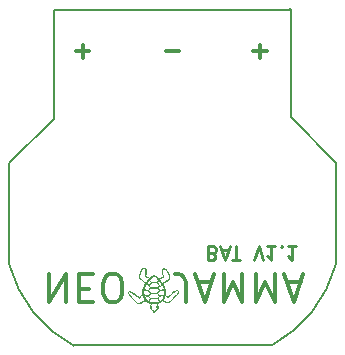
<source format=gbo>
G04 #@! TF.FileFunction,Legend,Bot*
%FSLAX46Y46*%
G04 Gerber Fmt 4.6, Leading zero omitted, Abs format (unit mm)*
G04 Created by KiCad (PCBNEW 4.0.7) date 10/21/21 16:27:33*
%MOMM*%
%LPD*%
G01*
G04 APERTURE LIST*
%ADD10C,0.100000*%
%ADD11C,0.150000*%
%ADD12C,0.300000*%
%ADD13C,0.250000*%
%ADD14C,0.370000*%
%ADD15C,0.010000*%
G04 APERTURE END LIST*
D10*
D11*
X145105000Y-84673000D02*
X145125000Y-84673000D01*
X145105000Y-93899000D02*
X145105000Y-84673000D01*
X165181000Y-84658000D02*
X165014000Y-84658000D01*
X165181000Y-93795000D02*
X165181000Y-84658000D01*
X165186000Y-91945000D02*
X165186000Y-84676000D01*
X141305000Y-106238000D02*
X141305000Y-97719000D01*
X168961000Y-106213000D02*
X168961000Y-97597000D01*
X163540000Y-113096000D02*
X146761000Y-113096000D01*
X141314928Y-106247107D02*
G75*
G03X146771000Y-113125000I10637072J2835107D01*
G01*
X163531957Y-113100843D02*
G75*
G03X168974000Y-106223000I-5187957J9696843D01*
G01*
X168935000Y-97566000D02*
X165164000Y-93795000D01*
X145085000Y-93919000D02*
X141326000Y-97678000D01*
X145096000Y-84665000D02*
X165106000Y-84665000D01*
D12*
X154556572Y-88216143D02*
X155699429Y-88216143D01*
X146966572Y-88209143D02*
X148109429Y-88209143D01*
X147538000Y-88780571D02*
X147538000Y-87637714D01*
X161970572Y-88209143D02*
X163113429Y-88209143D01*
X162542000Y-88780571D02*
X162542000Y-87637714D01*
D13*
X158542286Y-105307714D02*
X158713715Y-105250571D01*
X158770858Y-105193429D01*
X158828001Y-105079143D01*
X158828001Y-104907714D01*
X158770858Y-104793429D01*
X158713715Y-104736286D01*
X158599429Y-104679143D01*
X158142286Y-104679143D01*
X158142286Y-105879143D01*
X158542286Y-105879143D01*
X158656572Y-105822000D01*
X158713715Y-105764857D01*
X158770858Y-105650571D01*
X158770858Y-105536286D01*
X158713715Y-105422000D01*
X158656572Y-105364857D01*
X158542286Y-105307714D01*
X158142286Y-105307714D01*
X159285143Y-105022000D02*
X159856572Y-105022000D01*
X159170858Y-104679143D02*
X159570858Y-105879143D01*
X159970858Y-104679143D01*
X160199429Y-105879143D02*
X160885143Y-105879143D01*
X160542286Y-104679143D02*
X160542286Y-105879143D01*
X162028001Y-105879143D02*
X162428001Y-104679143D01*
X162828001Y-105879143D01*
X163856572Y-104679143D02*
X163170857Y-104679143D01*
X163513715Y-104679143D02*
X163513715Y-105879143D01*
X163399429Y-105707714D01*
X163285143Y-105593429D01*
X163170857Y-105536286D01*
X164370857Y-104793429D02*
X164428000Y-104736286D01*
X164370857Y-104679143D01*
X164313714Y-104736286D01*
X164370857Y-104793429D01*
X164370857Y-104679143D01*
X165570858Y-104679143D02*
X164885143Y-104679143D01*
X165228001Y-104679143D02*
X165228001Y-105879143D01*
X165113715Y-105707714D01*
X164999429Y-105593429D01*
X164885143Y-105536286D01*
D14*
X144719572Y-107070286D02*
X144719572Y-109470286D01*
X146091000Y-107070286D01*
X146091000Y-109470286D01*
X147233858Y-108327429D02*
X148033858Y-108327429D01*
X148376715Y-107070286D02*
X147233858Y-107070286D01*
X147233858Y-109470286D01*
X148376715Y-109470286D01*
X149862429Y-109470286D02*
X150319572Y-109470286D01*
X150548144Y-109356000D01*
X150776715Y-109127429D01*
X150891001Y-108670286D01*
X150891001Y-107870286D01*
X150776715Y-107413143D01*
X150548144Y-107184571D01*
X150319572Y-107070286D01*
X149862429Y-107070286D01*
X149633858Y-107184571D01*
X149405287Y-107413143D01*
X149291001Y-107870286D01*
X149291001Y-108670286D01*
X149405287Y-109127429D01*
X149633858Y-109356000D01*
X149862429Y-109470286D01*
X156262429Y-109470286D02*
X156262429Y-107756000D01*
X156148143Y-107413143D01*
X155919572Y-107184571D01*
X155576715Y-107070286D01*
X155348143Y-107070286D01*
X157291000Y-107756000D02*
X158433857Y-107756000D01*
X157062428Y-107070286D02*
X157862428Y-109470286D01*
X158662428Y-107070286D01*
X159462429Y-107070286D02*
X159462429Y-109470286D01*
X160262429Y-107756000D01*
X161062429Y-109470286D01*
X161062429Y-107070286D01*
X162205286Y-107070286D02*
X162205286Y-109470286D01*
X163005286Y-107756000D01*
X163805286Y-109470286D01*
X163805286Y-107070286D01*
X164833857Y-107756000D02*
X165976714Y-107756000D01*
X164605285Y-107070286D02*
X165405285Y-109470286D01*
X166205285Y-107070286D01*
D15*
G36*
X153597268Y-110241906D02*
X153657446Y-110191379D01*
X153726065Y-110120654D01*
X153793256Y-110040766D01*
X153849150Y-109962752D01*
X153883877Y-109897645D01*
X153886074Y-109891464D01*
X153897916Y-109831492D01*
X153891926Y-109763884D01*
X153865628Y-109675904D01*
X153824006Y-109572184D01*
X153824066Y-109538309D01*
X153865852Y-109516495D01*
X153877735Y-109513361D01*
X153935082Y-109491165D01*
X154017044Y-109449745D01*
X154105954Y-109398033D01*
X154106611Y-109397623D01*
X154264123Y-109299393D01*
X154386011Y-109356531D01*
X154552945Y-109426193D01*
X154684818Y-109462402D01*
X154780415Y-109464836D01*
X154788644Y-109463033D01*
X154833159Y-109437310D01*
X154907350Y-109376653D01*
X155007503Y-109284411D01*
X155129904Y-109163935D01*
X155203653Y-109088619D01*
X155345155Y-108939882D01*
X155452335Y-108820115D01*
X155528398Y-108724047D01*
X155576547Y-108646407D01*
X155599985Y-108581923D01*
X155601916Y-108525324D01*
X155585545Y-108471339D01*
X155582629Y-108465050D01*
X155552150Y-108415961D01*
X155514684Y-108388583D01*
X155466237Y-108384963D01*
X155402815Y-108407150D01*
X155320425Y-108457192D01*
X155215072Y-108537136D01*
X155082763Y-108649031D01*
X154919505Y-108794924D01*
X154893894Y-108818231D01*
X154735349Y-108962762D01*
X154622039Y-108886662D01*
X154508728Y-108810562D01*
X154508314Y-108563976D01*
X154507162Y-108451409D01*
X154501440Y-108368485D01*
X154487078Y-108298217D01*
X154460005Y-108223618D01*
X154416152Y-108127702D01*
X154391495Y-108076446D01*
X154275091Y-107835500D01*
X154435444Y-107762284D01*
X154612456Y-107654450D01*
X154726643Y-107550718D01*
X154857489Y-107412368D01*
X154843484Y-107257918D01*
X154815957Y-107124455D01*
X154760926Y-106975380D01*
X154687226Y-106829330D01*
X154603693Y-106704944D01*
X154556320Y-106652094D01*
X154498953Y-106602705D01*
X154449952Y-106584099D01*
X154385046Y-106588131D01*
X154372078Y-106590245D01*
X154299246Y-106609931D01*
X154246511Y-106637159D01*
X154239042Y-106644300D01*
X154225140Y-106688893D01*
X154219842Y-106767259D01*
X154222149Y-106863289D01*
X154231063Y-106960872D01*
X154245585Y-107043899D01*
X154264717Y-107096258D01*
X154267269Y-107099707D01*
X154292954Y-107148207D01*
X154315615Y-107218263D01*
X154317237Y-107225180D01*
X154327898Y-107284503D01*
X154316502Y-107309622D01*
X154273104Y-107315666D01*
X154257575Y-107315948D01*
X154186555Y-107328623D01*
X154100266Y-107359277D01*
X154064856Y-107376111D01*
X153952013Y-107435126D01*
X153766533Y-107273363D01*
X153682923Y-107203662D01*
X153610374Y-107149036D01*
X153559176Y-107116947D01*
X153543478Y-107111600D01*
X153508408Y-107127351D01*
X153446571Y-107169460D01*
X153368880Y-107230210D01*
X153332922Y-107260482D01*
X153159939Y-107409363D01*
X153072046Y-107335987D01*
X152993650Y-107285517D01*
X152908443Y-107251580D01*
X152888777Y-107247359D01*
X152827816Y-107236878D01*
X152795334Y-107229863D01*
X152793674Y-107229004D01*
X152800510Y-107205228D01*
X152817721Y-107147697D01*
X152831774Y-107101214D01*
X152856061Y-106989815D01*
X152867911Y-106867018D01*
X152867376Y-106748084D01*
X152854506Y-106648277D01*
X152830059Y-106583852D01*
X152770748Y-106538938D01*
X152690088Y-106525282D01*
X152606740Y-106542839D01*
X152545538Y-106584550D01*
X152508314Y-106636382D01*
X152465417Y-106712818D01*
X152425300Y-106796417D01*
X152396415Y-106869736D01*
X152387000Y-106911733D01*
X152376694Y-106947826D01*
X152350680Y-107010406D01*
X152336200Y-107041398D01*
X152291036Y-107167283D01*
X152290827Y-107184403D01*
X152315497Y-107184403D01*
X152356381Y-107052446D01*
X152361600Y-107041398D01*
X152392182Y-106973124D01*
X152410284Y-106923101D01*
X152412400Y-106911733D01*
X152423685Y-106866248D01*
X152452106Y-106794341D01*
X152489504Y-106713645D01*
X152527725Y-106641794D01*
X152557852Y-106597250D01*
X152614796Y-106563144D01*
X152689818Y-106551541D01*
X152762662Y-106562077D01*
X152813072Y-106594387D01*
X152817906Y-106601931D01*
X152835450Y-106666440D01*
X152842957Y-106764297D01*
X152840778Y-106879123D01*
X152829263Y-106994541D01*
X152808762Y-107094171D01*
X152807280Y-107099200D01*
X152788067Y-107172879D01*
X152779798Y-107225466D01*
X152781264Y-107239513D01*
X152811262Y-107254822D01*
X152871094Y-107269806D01*
X152884044Y-107272063D01*
X152965801Y-107298123D01*
X153048786Y-107343088D01*
X153061640Y-107352354D01*
X153147358Y-107417734D01*
X153005243Y-107594867D01*
X152939590Y-107673621D01*
X152884243Y-107734380D01*
X152847675Y-107768079D01*
X152839612Y-107772000D01*
X152803348Y-107756405D01*
X152739712Y-107715076D01*
X152659151Y-107656199D01*
X152572111Y-107587959D01*
X152489035Y-107518544D01*
X152420372Y-107456137D01*
X152376947Y-107409429D01*
X152322303Y-107302226D01*
X152315497Y-107184403D01*
X152290827Y-107184403D01*
X152289699Y-107276281D01*
X152333466Y-107379260D01*
X152383616Y-107444629D01*
X152453884Y-107514846D01*
X152547795Y-107596197D01*
X152646301Y-107672284D01*
X152656666Y-107679675D01*
X152831500Y-107803142D01*
X152704500Y-108057705D01*
X152649210Y-108170076D01*
X152612869Y-108252525D01*
X152591501Y-108320460D01*
X152581133Y-108389294D01*
X152577789Y-108474437D01*
X152577575Y-108530508D01*
X152604415Y-108530508D01*
X152606494Y-108427885D01*
X152613943Y-108349793D01*
X152631077Y-108279581D01*
X152662210Y-108200598D01*
X152711659Y-108096191D01*
X152722889Y-108073308D01*
X152792366Y-107944421D01*
X152876373Y-107806614D01*
X152960299Y-107683395D01*
X152988074Y-107646631D01*
X153066938Y-107553029D01*
X153159230Y-107454212D01*
X153257015Y-107357471D01*
X153352359Y-107270097D01*
X153437327Y-107199380D01*
X153503984Y-107152612D01*
X153542700Y-107137000D01*
X153577587Y-107152891D01*
X153639558Y-107195560D01*
X153718207Y-107257506D01*
X153765153Y-107297381D01*
X153915836Y-107448951D01*
X153967917Y-107448951D01*
X154079838Y-107394576D01*
X154166902Y-107361259D01*
X154252889Y-107342054D01*
X154279344Y-107340200D01*
X154337603Y-107336995D01*
X154358011Y-107317557D01*
X154353496Y-107267151D01*
X154351770Y-107257650D01*
X154328319Y-107177595D01*
X154297680Y-107112855D01*
X154271753Y-107037087D01*
X154258245Y-106913092D01*
X154256325Y-106847671D01*
X154255971Y-106746538D01*
X154259976Y-106684863D01*
X154271471Y-106651319D01*
X154293586Y-106634579D01*
X154317400Y-106626698D01*
X154412334Y-106607951D01*
X154481289Y-106619698D01*
X154542186Y-106666878D01*
X154567305Y-106695564D01*
X154666117Y-106838119D01*
X154746542Y-106998185D01*
X154800502Y-107157653D01*
X154818064Y-107257695D01*
X154824167Y-107341795D01*
X154818892Y-107397707D01*
X154795346Y-107444909D01*
X154746634Y-107502879D01*
X154721638Y-107530103D01*
X154637956Y-107606188D01*
X154531975Y-107682272D01*
X154420691Y-107747727D01*
X154321101Y-107791927D01*
X154287755Y-107801403D01*
X154250460Y-107785523D01*
X154191105Y-107729530D01*
X154113478Y-107637041D01*
X154107638Y-107629526D01*
X153967917Y-107448951D01*
X153915836Y-107448951D01*
X154009748Y-107543415D01*
X154219621Y-107822600D01*
X154363987Y-108076363D01*
X154417447Y-108187472D01*
X154451817Y-108269647D01*
X154471299Y-108339102D01*
X154480094Y-108412050D01*
X154482405Y-108504705D01*
X154482461Y-108533563D01*
X154468987Y-108724327D01*
X154431267Y-108911626D01*
X154373453Y-109079399D01*
X154311528Y-109194783D01*
X154260422Y-109251667D01*
X154221896Y-109284509D01*
X154298447Y-109284509D01*
X154306092Y-109261334D01*
X154332245Y-109206230D01*
X154365726Y-109141581D01*
X154409071Y-109052082D01*
X154443184Y-108966717D01*
X154456547Y-108921350D01*
X154473483Y-108865381D01*
X154491707Y-108839086D01*
X154493395Y-108838800D01*
X154523966Y-108851918D01*
X154581118Y-108885539D01*
X154624152Y-108913481D01*
X154735349Y-108988162D01*
X154893478Y-108843631D01*
X155063215Y-108691032D01*
X155201416Y-108573200D01*
X155311642Y-108488172D01*
X155397452Y-108433986D01*
X155462405Y-108408680D01*
X155510063Y-108410293D01*
X155543983Y-108436863D01*
X155563462Y-108474348D01*
X155576911Y-108530616D01*
X155571901Y-108589608D01*
X155545077Y-108656731D01*
X155493082Y-108737388D01*
X155412562Y-108836987D01*
X155300161Y-108960931D01*
X155189736Y-109076402D01*
X155064175Y-109202916D01*
X154955655Y-109306465D01*
X154868849Y-109382851D01*
X154808425Y-109427876D01*
X154787428Y-109437938D01*
X154701782Y-109439481D01*
X154584892Y-109411928D01*
X154445480Y-109357539D01*
X154406300Y-109339126D01*
X154343700Y-109308257D01*
X154304320Y-109287984D01*
X154298447Y-109284509D01*
X154221896Y-109284509D01*
X154181617Y-109318845D01*
X154091885Y-109382059D01*
X154089118Y-109383797D01*
X153924872Y-109486500D01*
X153160527Y-109486500D01*
X152996281Y-109383797D01*
X152906479Y-109320932D01*
X152827085Y-109253664D01*
X152774871Y-109196248D01*
X152773871Y-109194783D01*
X152700249Y-109052144D01*
X152644971Y-108876431D01*
X152612031Y-108683301D01*
X152604415Y-108530508D01*
X152577575Y-108530508D01*
X152577500Y-108550117D01*
X152574510Y-108678924D01*
X152565580Y-108758319D01*
X152550772Y-108787796D01*
X152549225Y-108787983D01*
X152518730Y-108805362D01*
X152465979Y-108850903D01*
X152402488Y-108914647D01*
X152284025Y-109041293D01*
X152100562Y-108893511D01*
X151929899Y-108760591D01*
X151780095Y-108653136D01*
X151655080Y-108573652D01*
X151558785Y-108524647D01*
X151496861Y-108508600D01*
X151425147Y-108525114D01*
X151368902Y-108566092D01*
X151345609Y-108618686D01*
X151345599Y-108619742D01*
X151346228Y-108621641D01*
X151380237Y-108621641D01*
X151392337Y-108577140D01*
X151394450Y-108574450D01*
X151449858Y-108538858D01*
X151527477Y-108541706D01*
X151630312Y-108583668D01*
X151742696Y-108652565D01*
X151848614Y-108727414D01*
X151970092Y-108817519D01*
X152083770Y-108905490D01*
X152102076Y-108920138D01*
X152287052Y-109069147D01*
X152408720Y-108936827D01*
X152489401Y-108858175D01*
X152548846Y-108823393D01*
X152590910Y-108832180D01*
X152619447Y-108884235D01*
X152628475Y-108919634D01*
X152650715Y-108990126D01*
X152688630Y-109079721D01*
X152716387Y-109135515D01*
X152786634Y-109267130D01*
X152669367Y-109326015D01*
X152585203Y-109370472D01*
X152508324Y-109414620D01*
X152483147Y-109430441D01*
X152415828Y-109460925D01*
X152326178Y-109484857D01*
X152287218Y-109491020D01*
X152160241Y-109506058D01*
X151818931Y-109170508D01*
X151658483Y-109008583D01*
X151536235Y-108875325D01*
X151450341Y-108768143D01*
X151398957Y-108684445D01*
X151380237Y-108621641D01*
X151346228Y-108621641D01*
X151365491Y-108679758D01*
X151424368Y-108769397D01*
X151521033Y-108887202D01*
X151654289Y-109031714D01*
X151822939Y-109201478D01*
X151825686Y-109204165D01*
X152160488Y-109531429D01*
X152289133Y-109516193D01*
X152369070Y-109502914D01*
X152429289Y-109486069D01*
X152446839Y-109477037D01*
X152484742Y-109452496D01*
X152549983Y-109415837D01*
X152628226Y-109374459D01*
X152705135Y-109335761D01*
X152766376Y-109307141D01*
X152797582Y-109296000D01*
X152826506Y-109308611D01*
X152886120Y-109341924D01*
X152964390Y-109389161D01*
X152977275Y-109397204D01*
X153068894Y-109449908D01*
X153155898Y-109492007D01*
X153219915Y-109514642D01*
X153221435Y-109514958D01*
X153277203Y-109532491D01*
X153290909Y-109558344D01*
X153286671Y-109572504D01*
X153240555Y-109688799D01*
X153216991Y-109773627D01*
X153216588Y-109781281D01*
X153236985Y-109781281D01*
X153252926Y-109747594D01*
X153283622Y-109749667D01*
X153290836Y-109754973D01*
X153323767Y-109810965D01*
X153314468Y-109876617D01*
X153295050Y-109905646D01*
X153276802Y-109928146D01*
X153293713Y-109918112D01*
X153307750Y-109907615D01*
X153347501Y-109852356D01*
X153339837Y-109789080D01*
X153302998Y-109741947D01*
X153272433Y-109709019D01*
X153268308Y-109676320D01*
X153289347Y-109622947D01*
X153295002Y-109611010D01*
X153336208Y-109524600D01*
X153774591Y-109524600D01*
X153815797Y-109611010D01*
X153840769Y-109669667D01*
X153840783Y-109704284D01*
X153814563Y-109735763D01*
X153807801Y-109741947D01*
X153764248Y-109805494D01*
X153764630Y-109810250D01*
X153791711Y-109810250D01*
X153807589Y-109764721D01*
X153833590Y-109742854D01*
X153861322Y-109756918D01*
X153865366Y-109763335D01*
X153876177Y-109816614D01*
X153870871Y-109866540D01*
X153847643Y-109920204D01*
X153821200Y-109923961D01*
X153797219Y-109877765D01*
X153794347Y-109867171D01*
X153791711Y-109810250D01*
X153764630Y-109810250D01*
X153769906Y-109875850D01*
X153795199Y-109921150D01*
X153811832Y-109951990D01*
X153809639Y-109982765D01*
X153783602Y-110025250D01*
X153728704Y-110091221D01*
X153717029Y-110104602D01*
X153652511Y-110170976D01*
X153594323Y-110218160D01*
X153555588Y-110235800D01*
X153512224Y-110216307D01*
X153451858Y-110165423D01*
X153384874Y-110094546D01*
X153321657Y-110015074D01*
X153272590Y-109938402D01*
X153258831Y-109910086D01*
X153238165Y-109839266D01*
X153236985Y-109781281D01*
X153216588Y-109781281D01*
X153213504Y-109839730D01*
X153224725Y-109891464D01*
X153256375Y-109954372D01*
X153310330Y-110031460D01*
X153376722Y-110111695D01*
X153445680Y-110184040D01*
X153507336Y-110237461D01*
X153551820Y-110260922D01*
X153555400Y-110261200D01*
X153597268Y-110241906D01*
X153597268Y-110241906D01*
G37*
X153597268Y-110241906D02*
X153657446Y-110191379D01*
X153726065Y-110120654D01*
X153793256Y-110040766D01*
X153849150Y-109962752D01*
X153883877Y-109897645D01*
X153886074Y-109891464D01*
X153897916Y-109831492D01*
X153891926Y-109763884D01*
X153865628Y-109675904D01*
X153824006Y-109572184D01*
X153824066Y-109538309D01*
X153865852Y-109516495D01*
X153877735Y-109513361D01*
X153935082Y-109491165D01*
X154017044Y-109449745D01*
X154105954Y-109398033D01*
X154106611Y-109397623D01*
X154264123Y-109299393D01*
X154386011Y-109356531D01*
X154552945Y-109426193D01*
X154684818Y-109462402D01*
X154780415Y-109464836D01*
X154788644Y-109463033D01*
X154833159Y-109437310D01*
X154907350Y-109376653D01*
X155007503Y-109284411D01*
X155129904Y-109163935D01*
X155203653Y-109088619D01*
X155345155Y-108939882D01*
X155452335Y-108820115D01*
X155528398Y-108724047D01*
X155576547Y-108646407D01*
X155599985Y-108581923D01*
X155601916Y-108525324D01*
X155585545Y-108471339D01*
X155582629Y-108465050D01*
X155552150Y-108415961D01*
X155514684Y-108388583D01*
X155466237Y-108384963D01*
X155402815Y-108407150D01*
X155320425Y-108457192D01*
X155215072Y-108537136D01*
X155082763Y-108649031D01*
X154919505Y-108794924D01*
X154893894Y-108818231D01*
X154735349Y-108962762D01*
X154622039Y-108886662D01*
X154508728Y-108810562D01*
X154508314Y-108563976D01*
X154507162Y-108451409D01*
X154501440Y-108368485D01*
X154487078Y-108298217D01*
X154460005Y-108223618D01*
X154416152Y-108127702D01*
X154391495Y-108076446D01*
X154275091Y-107835500D01*
X154435444Y-107762284D01*
X154612456Y-107654450D01*
X154726643Y-107550718D01*
X154857489Y-107412368D01*
X154843484Y-107257918D01*
X154815957Y-107124455D01*
X154760926Y-106975380D01*
X154687226Y-106829330D01*
X154603693Y-106704944D01*
X154556320Y-106652094D01*
X154498953Y-106602705D01*
X154449952Y-106584099D01*
X154385046Y-106588131D01*
X154372078Y-106590245D01*
X154299246Y-106609931D01*
X154246511Y-106637159D01*
X154239042Y-106644300D01*
X154225140Y-106688893D01*
X154219842Y-106767259D01*
X154222149Y-106863289D01*
X154231063Y-106960872D01*
X154245585Y-107043899D01*
X154264717Y-107096258D01*
X154267269Y-107099707D01*
X154292954Y-107148207D01*
X154315615Y-107218263D01*
X154317237Y-107225180D01*
X154327898Y-107284503D01*
X154316502Y-107309622D01*
X154273104Y-107315666D01*
X154257575Y-107315948D01*
X154186555Y-107328623D01*
X154100266Y-107359277D01*
X154064856Y-107376111D01*
X153952013Y-107435126D01*
X153766533Y-107273363D01*
X153682923Y-107203662D01*
X153610374Y-107149036D01*
X153559176Y-107116947D01*
X153543478Y-107111600D01*
X153508408Y-107127351D01*
X153446571Y-107169460D01*
X153368880Y-107230210D01*
X153332922Y-107260482D01*
X153159939Y-107409363D01*
X153072046Y-107335987D01*
X152993650Y-107285517D01*
X152908443Y-107251580D01*
X152888777Y-107247359D01*
X152827816Y-107236878D01*
X152795334Y-107229863D01*
X152793674Y-107229004D01*
X152800510Y-107205228D01*
X152817721Y-107147697D01*
X152831774Y-107101214D01*
X152856061Y-106989815D01*
X152867911Y-106867018D01*
X152867376Y-106748084D01*
X152854506Y-106648277D01*
X152830059Y-106583852D01*
X152770748Y-106538938D01*
X152690088Y-106525282D01*
X152606740Y-106542839D01*
X152545538Y-106584550D01*
X152508314Y-106636382D01*
X152465417Y-106712818D01*
X152425300Y-106796417D01*
X152396415Y-106869736D01*
X152387000Y-106911733D01*
X152376694Y-106947826D01*
X152350680Y-107010406D01*
X152336200Y-107041398D01*
X152291036Y-107167283D01*
X152290827Y-107184403D01*
X152315497Y-107184403D01*
X152356381Y-107052446D01*
X152361600Y-107041398D01*
X152392182Y-106973124D01*
X152410284Y-106923101D01*
X152412400Y-106911733D01*
X152423685Y-106866248D01*
X152452106Y-106794341D01*
X152489504Y-106713645D01*
X152527725Y-106641794D01*
X152557852Y-106597250D01*
X152614796Y-106563144D01*
X152689818Y-106551541D01*
X152762662Y-106562077D01*
X152813072Y-106594387D01*
X152817906Y-106601931D01*
X152835450Y-106666440D01*
X152842957Y-106764297D01*
X152840778Y-106879123D01*
X152829263Y-106994541D01*
X152808762Y-107094171D01*
X152807280Y-107099200D01*
X152788067Y-107172879D01*
X152779798Y-107225466D01*
X152781264Y-107239513D01*
X152811262Y-107254822D01*
X152871094Y-107269806D01*
X152884044Y-107272063D01*
X152965801Y-107298123D01*
X153048786Y-107343088D01*
X153061640Y-107352354D01*
X153147358Y-107417734D01*
X153005243Y-107594867D01*
X152939590Y-107673621D01*
X152884243Y-107734380D01*
X152847675Y-107768079D01*
X152839612Y-107772000D01*
X152803348Y-107756405D01*
X152739712Y-107715076D01*
X152659151Y-107656199D01*
X152572111Y-107587959D01*
X152489035Y-107518544D01*
X152420372Y-107456137D01*
X152376947Y-107409429D01*
X152322303Y-107302226D01*
X152315497Y-107184403D01*
X152290827Y-107184403D01*
X152289699Y-107276281D01*
X152333466Y-107379260D01*
X152383616Y-107444629D01*
X152453884Y-107514846D01*
X152547795Y-107596197D01*
X152646301Y-107672284D01*
X152656666Y-107679675D01*
X152831500Y-107803142D01*
X152704500Y-108057705D01*
X152649210Y-108170076D01*
X152612869Y-108252525D01*
X152591501Y-108320460D01*
X152581133Y-108389294D01*
X152577789Y-108474437D01*
X152577575Y-108530508D01*
X152604415Y-108530508D01*
X152606494Y-108427885D01*
X152613943Y-108349793D01*
X152631077Y-108279581D01*
X152662210Y-108200598D01*
X152711659Y-108096191D01*
X152722889Y-108073308D01*
X152792366Y-107944421D01*
X152876373Y-107806614D01*
X152960299Y-107683395D01*
X152988074Y-107646631D01*
X153066938Y-107553029D01*
X153159230Y-107454212D01*
X153257015Y-107357471D01*
X153352359Y-107270097D01*
X153437327Y-107199380D01*
X153503984Y-107152612D01*
X153542700Y-107137000D01*
X153577587Y-107152891D01*
X153639558Y-107195560D01*
X153718207Y-107257506D01*
X153765153Y-107297381D01*
X153915836Y-107448951D01*
X153967917Y-107448951D01*
X154079838Y-107394576D01*
X154166902Y-107361259D01*
X154252889Y-107342054D01*
X154279344Y-107340200D01*
X154337603Y-107336995D01*
X154358011Y-107317557D01*
X154353496Y-107267151D01*
X154351770Y-107257650D01*
X154328319Y-107177595D01*
X154297680Y-107112855D01*
X154271753Y-107037087D01*
X154258245Y-106913092D01*
X154256325Y-106847671D01*
X154255971Y-106746538D01*
X154259976Y-106684863D01*
X154271471Y-106651319D01*
X154293586Y-106634579D01*
X154317400Y-106626698D01*
X154412334Y-106607951D01*
X154481289Y-106619698D01*
X154542186Y-106666878D01*
X154567305Y-106695564D01*
X154666117Y-106838119D01*
X154746542Y-106998185D01*
X154800502Y-107157653D01*
X154818064Y-107257695D01*
X154824167Y-107341795D01*
X154818892Y-107397707D01*
X154795346Y-107444909D01*
X154746634Y-107502879D01*
X154721638Y-107530103D01*
X154637956Y-107606188D01*
X154531975Y-107682272D01*
X154420691Y-107747727D01*
X154321101Y-107791927D01*
X154287755Y-107801403D01*
X154250460Y-107785523D01*
X154191105Y-107729530D01*
X154113478Y-107637041D01*
X154107638Y-107629526D01*
X153967917Y-107448951D01*
X153915836Y-107448951D01*
X154009748Y-107543415D01*
X154219621Y-107822600D01*
X154363987Y-108076363D01*
X154417447Y-108187472D01*
X154451817Y-108269647D01*
X154471299Y-108339102D01*
X154480094Y-108412050D01*
X154482405Y-108504705D01*
X154482461Y-108533563D01*
X154468987Y-108724327D01*
X154431267Y-108911626D01*
X154373453Y-109079399D01*
X154311528Y-109194783D01*
X154260422Y-109251667D01*
X154221896Y-109284509D01*
X154298447Y-109284509D01*
X154306092Y-109261334D01*
X154332245Y-109206230D01*
X154365726Y-109141581D01*
X154409071Y-109052082D01*
X154443184Y-108966717D01*
X154456547Y-108921350D01*
X154473483Y-108865381D01*
X154491707Y-108839086D01*
X154493395Y-108838800D01*
X154523966Y-108851918D01*
X154581118Y-108885539D01*
X154624152Y-108913481D01*
X154735349Y-108988162D01*
X154893478Y-108843631D01*
X155063215Y-108691032D01*
X155201416Y-108573200D01*
X155311642Y-108488172D01*
X155397452Y-108433986D01*
X155462405Y-108408680D01*
X155510063Y-108410293D01*
X155543983Y-108436863D01*
X155563462Y-108474348D01*
X155576911Y-108530616D01*
X155571901Y-108589608D01*
X155545077Y-108656731D01*
X155493082Y-108737388D01*
X155412562Y-108836987D01*
X155300161Y-108960931D01*
X155189736Y-109076402D01*
X155064175Y-109202916D01*
X154955655Y-109306465D01*
X154868849Y-109382851D01*
X154808425Y-109427876D01*
X154787428Y-109437938D01*
X154701782Y-109439481D01*
X154584892Y-109411928D01*
X154445480Y-109357539D01*
X154406300Y-109339126D01*
X154343700Y-109308257D01*
X154304320Y-109287984D01*
X154298447Y-109284509D01*
X154221896Y-109284509D01*
X154181617Y-109318845D01*
X154091885Y-109382059D01*
X154089118Y-109383797D01*
X153924872Y-109486500D01*
X153160527Y-109486500D01*
X152996281Y-109383797D01*
X152906479Y-109320932D01*
X152827085Y-109253664D01*
X152774871Y-109196248D01*
X152773871Y-109194783D01*
X152700249Y-109052144D01*
X152644971Y-108876431D01*
X152612031Y-108683301D01*
X152604415Y-108530508D01*
X152577575Y-108530508D01*
X152577500Y-108550117D01*
X152574510Y-108678924D01*
X152565580Y-108758319D01*
X152550772Y-108787796D01*
X152549225Y-108787983D01*
X152518730Y-108805362D01*
X152465979Y-108850903D01*
X152402488Y-108914647D01*
X152284025Y-109041293D01*
X152100562Y-108893511D01*
X151929899Y-108760591D01*
X151780095Y-108653136D01*
X151655080Y-108573652D01*
X151558785Y-108524647D01*
X151496861Y-108508600D01*
X151425147Y-108525114D01*
X151368902Y-108566092D01*
X151345609Y-108618686D01*
X151345599Y-108619742D01*
X151346228Y-108621641D01*
X151380237Y-108621641D01*
X151392337Y-108577140D01*
X151394450Y-108574450D01*
X151449858Y-108538858D01*
X151527477Y-108541706D01*
X151630312Y-108583668D01*
X151742696Y-108652565D01*
X151848614Y-108727414D01*
X151970092Y-108817519D01*
X152083770Y-108905490D01*
X152102076Y-108920138D01*
X152287052Y-109069147D01*
X152408720Y-108936827D01*
X152489401Y-108858175D01*
X152548846Y-108823393D01*
X152590910Y-108832180D01*
X152619447Y-108884235D01*
X152628475Y-108919634D01*
X152650715Y-108990126D01*
X152688630Y-109079721D01*
X152716387Y-109135515D01*
X152786634Y-109267130D01*
X152669367Y-109326015D01*
X152585203Y-109370472D01*
X152508324Y-109414620D01*
X152483147Y-109430441D01*
X152415828Y-109460925D01*
X152326178Y-109484857D01*
X152287218Y-109491020D01*
X152160241Y-109506058D01*
X151818931Y-109170508D01*
X151658483Y-109008583D01*
X151536235Y-108875325D01*
X151450341Y-108768143D01*
X151398957Y-108684445D01*
X151380237Y-108621641D01*
X151346228Y-108621641D01*
X151365491Y-108679758D01*
X151424368Y-108769397D01*
X151521033Y-108887202D01*
X151654289Y-109031714D01*
X151822939Y-109201478D01*
X151825686Y-109204165D01*
X152160488Y-109531429D01*
X152289133Y-109516193D01*
X152369070Y-109502914D01*
X152429289Y-109486069D01*
X152446839Y-109477037D01*
X152484742Y-109452496D01*
X152549983Y-109415837D01*
X152628226Y-109374459D01*
X152705135Y-109335761D01*
X152766376Y-109307141D01*
X152797582Y-109296000D01*
X152826506Y-109308611D01*
X152886120Y-109341924D01*
X152964390Y-109389161D01*
X152977275Y-109397204D01*
X153068894Y-109449908D01*
X153155898Y-109492007D01*
X153219915Y-109514642D01*
X153221435Y-109514958D01*
X153277203Y-109532491D01*
X153290909Y-109558344D01*
X153286671Y-109572504D01*
X153240555Y-109688799D01*
X153216991Y-109773627D01*
X153216588Y-109781281D01*
X153236985Y-109781281D01*
X153252926Y-109747594D01*
X153283622Y-109749667D01*
X153290836Y-109754973D01*
X153323767Y-109810965D01*
X153314468Y-109876617D01*
X153295050Y-109905646D01*
X153276802Y-109928146D01*
X153293713Y-109918112D01*
X153307750Y-109907615D01*
X153347501Y-109852356D01*
X153339837Y-109789080D01*
X153302998Y-109741947D01*
X153272433Y-109709019D01*
X153268308Y-109676320D01*
X153289347Y-109622947D01*
X153295002Y-109611010D01*
X153336208Y-109524600D01*
X153774591Y-109524600D01*
X153815797Y-109611010D01*
X153840769Y-109669667D01*
X153840783Y-109704284D01*
X153814563Y-109735763D01*
X153807801Y-109741947D01*
X153764248Y-109805494D01*
X153764630Y-109810250D01*
X153791711Y-109810250D01*
X153807589Y-109764721D01*
X153833590Y-109742854D01*
X153861322Y-109756918D01*
X153865366Y-109763335D01*
X153876177Y-109816614D01*
X153870871Y-109866540D01*
X153847643Y-109920204D01*
X153821200Y-109923961D01*
X153797219Y-109877765D01*
X153794347Y-109867171D01*
X153791711Y-109810250D01*
X153764630Y-109810250D01*
X153769906Y-109875850D01*
X153795199Y-109921150D01*
X153811832Y-109951990D01*
X153809639Y-109982765D01*
X153783602Y-110025250D01*
X153728704Y-110091221D01*
X153717029Y-110104602D01*
X153652511Y-110170976D01*
X153594323Y-110218160D01*
X153555588Y-110235800D01*
X153512224Y-110216307D01*
X153451858Y-110165423D01*
X153384874Y-110094546D01*
X153321657Y-110015074D01*
X153272590Y-109938402D01*
X153258831Y-109910086D01*
X153238165Y-109839266D01*
X153236985Y-109781281D01*
X153216588Y-109781281D01*
X153213504Y-109839730D01*
X153224725Y-109891464D01*
X153256375Y-109954372D01*
X153310330Y-110031460D01*
X153376722Y-110111695D01*
X153445680Y-110184040D01*
X153507336Y-110237461D01*
X153551820Y-110260922D01*
X153555400Y-110261200D01*
X153597268Y-110241906D01*
G36*
X154101500Y-109334100D02*
X154198813Y-109261582D01*
X154265703Y-109189280D01*
X154319017Y-109098802D01*
X154321373Y-109093996D01*
X154403689Y-108870773D01*
X154440071Y-108631240D01*
X154439538Y-108464274D01*
X154428070Y-108342299D01*
X154405642Y-108245520D01*
X154365379Y-108148493D01*
X154341500Y-108101557D01*
X154217998Y-107894885D01*
X154064362Y-107681591D01*
X153894561Y-107480260D01*
X153802677Y-107384650D01*
X153716138Y-107301939D01*
X153653236Y-107250359D01*
X153603748Y-107223169D01*
X153557454Y-107213629D01*
X153542700Y-107213200D01*
X153495374Y-107218770D01*
X153447913Y-107239972D01*
X153390096Y-107283547D01*
X153311702Y-107356237D01*
X153282722Y-107384650D01*
X153142110Y-107535769D01*
X153171053Y-107535769D01*
X153201216Y-107490406D01*
X153264241Y-107426725D01*
X153301279Y-107391117D01*
X153401758Y-107301662D01*
X153482617Y-107251589D01*
X153554405Y-107239409D01*
X153627667Y-107263630D01*
X153712953Y-107322763D01*
X153723653Y-107331444D01*
X153796568Y-107396231D01*
X153859675Y-107460840D01*
X153885395Y-107492313D01*
X153933834Y-107560339D01*
X153857067Y-107653470D01*
X153780301Y-107746600D01*
X153545278Y-107746600D01*
X153432303Y-107745429D01*
X153358197Y-107740322D01*
X153311053Y-107728893D01*
X153278962Y-107708755D01*
X153260172Y-107689450D01*
X153202288Y-107622541D01*
X153171996Y-107575564D01*
X153171053Y-107535769D01*
X153142110Y-107535769D01*
X153124871Y-107554296D01*
X152973635Y-107742142D01*
X152915196Y-107825900D01*
X152958500Y-107825900D01*
X152972160Y-107793240D01*
X153007431Y-107734354D01*
X153042404Y-107682508D01*
X153126309Y-107563471D01*
X153211827Y-107661386D01*
X153297345Y-107759300D01*
X153292363Y-107764457D01*
X153787464Y-107764457D01*
X153868282Y-107667087D01*
X153915577Y-107611193D01*
X153947299Y-107575754D01*
X153954450Y-107569258D01*
X153970703Y-107588097D01*
X154009728Y-107638923D01*
X154064539Y-107712553D01*
X154094150Y-107752950D01*
X154211257Y-107921723D01*
X154297719Y-108066556D01*
X154359823Y-108198392D01*
X154378608Y-108248106D01*
X154413844Y-108347976D01*
X154050700Y-108404434D01*
X153955450Y-108311663D01*
X153901802Y-108256958D01*
X153867314Y-108217076D01*
X153860326Y-108204996D01*
X153880040Y-108185334D01*
X153931900Y-108146409D01*
X154005181Y-108096216D01*
X154014290Y-108090219D01*
X154094919Y-108035002D01*
X154160619Y-107985764D01*
X154197630Y-107952838D01*
X154198313Y-107952014D01*
X154199748Y-107941841D01*
X154168443Y-107959324D01*
X154145541Y-107975424D01*
X154062582Y-108036158D01*
X153925023Y-107900308D01*
X153787464Y-107764457D01*
X153292363Y-107764457D01*
X153205782Y-107854075D01*
X153114218Y-107948849D01*
X153036359Y-107899552D01*
X152984965Y-107860913D01*
X152959197Y-107829597D01*
X152958500Y-107825900D01*
X152915196Y-107825900D01*
X152840856Y-107932446D01*
X152740017Y-108106219D01*
X152671067Y-108295038D01*
X152668214Y-108315537D01*
X152700001Y-108315537D01*
X152704120Y-108276776D01*
X152726904Y-108207386D01*
X152762272Y-108121105D01*
X152804145Y-108031668D01*
X152846441Y-107952814D01*
X152883081Y-107898279D01*
X152886355Y-107894519D01*
X152915524Y-107868534D01*
X152945594Y-107868787D01*
X152995196Y-107896808D01*
X153006867Y-107904414D01*
X153068636Y-107957403D01*
X153079168Y-107969347D01*
X153119005Y-107969347D01*
X153215357Y-107870674D01*
X153311709Y-107772000D01*
X153773035Y-107772000D01*
X154043479Y-108045846D01*
X153945943Y-108112123D01*
X153900419Y-108140762D01*
X153856499Y-108159713D01*
X153802412Y-108170961D01*
X153726389Y-108176489D01*
X153616660Y-108178283D01*
X153552879Y-108178400D01*
X153257350Y-108178400D01*
X153188178Y-108073874D01*
X153119005Y-107969347D01*
X153079168Y-107969347D01*
X153135151Y-108032832D01*
X153166263Y-108075761D01*
X153244399Y-108193840D01*
X153144513Y-108300922D01*
X153044628Y-108408005D01*
X152878987Y-108379160D01*
X152789027Y-108358816D01*
X152724755Y-108335189D01*
X152700001Y-108315537D01*
X152668214Y-108315537D01*
X152641951Y-108504231D01*
X152644154Y-108550333D01*
X152666788Y-108550333D01*
X152667656Y-108450815D01*
X152672222Y-108392882D01*
X152682712Y-108367343D01*
X152701348Y-108365004D01*
X152710850Y-108368217D01*
X152759185Y-108381827D01*
X152838238Y-108398981D01*
X152907700Y-108411872D01*
X152911189Y-108412682D01*
X153067799Y-108412682D01*
X153256511Y-108203800D01*
X153824490Y-108203800D01*
X153923766Y-108305469D01*
X154023043Y-108407137D01*
X153910933Y-108521369D01*
X153798823Y-108635600D01*
X153286576Y-108635600D01*
X153177188Y-108524141D01*
X153067799Y-108412682D01*
X152911189Y-108412682D01*
X153008993Y-108435384D01*
X153084936Y-108472300D01*
X153160971Y-108535352D01*
X153168100Y-108542176D01*
X153276100Y-108646276D01*
X153272127Y-108650325D01*
X153809299Y-108650325D01*
X153913828Y-108543819D01*
X153989009Y-108476030D01*
X154061244Y-108437118D01*
X154155794Y-108413714D01*
X154161528Y-108412716D01*
X154277498Y-108392977D01*
X154352170Y-108385024D01*
X154394584Y-108393788D01*
X154413778Y-108424204D01*
X154418790Y-108481203D01*
X154418653Y-108553050D01*
X154417176Y-108674861D01*
X154408921Y-108755404D01*
X154387263Y-108804213D01*
X154345578Y-108830820D01*
X154277243Y-108844759D01*
X154210944Y-108851988D01*
X154032988Y-108869860D01*
X153921144Y-108760092D01*
X153809299Y-108650325D01*
X153272127Y-108650325D01*
X153169161Y-108755238D01*
X153093116Y-108823916D01*
X153030818Y-108857206D01*
X152984961Y-108863595D01*
X152890373Y-108855703D01*
X152798243Y-108836417D01*
X152725064Y-108810192D01*
X152688473Y-108783487D01*
X152678284Y-108743253D01*
X152670640Y-108667233D01*
X152666933Y-108570430D01*
X152666788Y-108550333D01*
X152644154Y-108550333D01*
X152652406Y-108722981D01*
X152683420Y-108858529D01*
X152704395Y-108858529D01*
X152715405Y-108844866D01*
X152737366Y-108851015D01*
X152787450Y-108863520D01*
X152865319Y-108876179D01*
X152907700Y-108881314D01*
X152934854Y-108886043D01*
X153065714Y-108886043D01*
X153176145Y-108773522D01*
X153286576Y-108661000D01*
X153798823Y-108661000D01*
X153906369Y-108770582D01*
X154013914Y-108880163D01*
X153936898Y-108986482D01*
X153859881Y-109092800D01*
X153229468Y-109092800D01*
X153147591Y-108989422D01*
X153065714Y-108886043D01*
X152934854Y-108886043D01*
X152991220Y-108895859D01*
X153052072Y-108925937D01*
X153113416Y-108983936D01*
X153126208Y-108998196D01*
X153217716Y-109101572D01*
X153215138Y-109105500D01*
X153870715Y-109105500D01*
X153948007Y-108999954D01*
X153983567Y-108952917D01*
X154015592Y-108921205D01*
X154055205Y-108900795D01*
X154113532Y-108887670D01*
X154201699Y-108877808D01*
X154311050Y-108868779D01*
X154357872Y-108878843D01*
X154368200Y-108901576D01*
X154358400Y-108943943D01*
X154333056Y-109014822D01*
X154306901Y-109077559D01*
X154243994Y-109189257D01*
X154163223Y-109269630D01*
X154137950Y-109287407D01*
X154073772Y-109328070D01*
X154037718Y-109342131D01*
X154016216Y-109332009D01*
X154002399Y-109311561D01*
X153969458Y-109258142D01*
X153926633Y-109191167D01*
X153922607Y-109184988D01*
X153870715Y-109105500D01*
X153215138Y-109105500D01*
X153164308Y-109182934D01*
X153121060Y-109250041D01*
X153085982Y-109306473D01*
X153083000Y-109311471D01*
X153063620Y-109337301D01*
X153039322Y-109340662D01*
X152996537Y-109319143D01*
X152947405Y-109287378D01*
X152852196Y-109200054D01*
X152775568Y-109074213D01*
X152715465Y-108908954D01*
X152704395Y-108858529D01*
X152683420Y-108858529D01*
X152702170Y-108940472D01*
X152764026Y-109093996D01*
X152817125Y-109185728D01*
X152883040Y-109258453D01*
X152978618Y-109330566D01*
X152983900Y-109334100D01*
X153044585Y-109374557D01*
X153088315Y-109374557D01*
X153088609Y-109353184D01*
X153108352Y-109312716D01*
X153149770Y-109243676D01*
X153188177Y-109180950D01*
X153205831Y-109154485D01*
X153226788Y-109136726D01*
X153260307Y-109126204D01*
X153315650Y-109121450D01*
X153402077Y-109120995D01*
X153528848Y-109123368D01*
X153548396Y-109123800D01*
X153869438Y-109130900D01*
X153940714Y-109252295D01*
X154011990Y-109373689D01*
X153947141Y-109398345D01*
X153892461Y-109408799D01*
X153799579Y-109416283D01*
X153681008Y-109420803D01*
X153549260Y-109422364D01*
X153416846Y-109420975D01*
X153296278Y-109416641D01*
X153200068Y-109409368D01*
X153140728Y-109399163D01*
X153137154Y-109397926D01*
X153105239Y-109386312D01*
X153088315Y-109374557D01*
X153044585Y-109374557D01*
X153136300Y-109435700D01*
X153949100Y-109435700D01*
X154101500Y-109334100D01*
X154101500Y-109334100D01*
G37*
X154101500Y-109334100D02*
X154198813Y-109261582D01*
X154265703Y-109189280D01*
X154319017Y-109098802D01*
X154321373Y-109093996D01*
X154403689Y-108870773D01*
X154440071Y-108631240D01*
X154439538Y-108464274D01*
X154428070Y-108342299D01*
X154405642Y-108245520D01*
X154365379Y-108148493D01*
X154341500Y-108101557D01*
X154217998Y-107894885D01*
X154064362Y-107681591D01*
X153894561Y-107480260D01*
X153802677Y-107384650D01*
X153716138Y-107301939D01*
X153653236Y-107250359D01*
X153603748Y-107223169D01*
X153557454Y-107213629D01*
X153542700Y-107213200D01*
X153495374Y-107218770D01*
X153447913Y-107239972D01*
X153390096Y-107283547D01*
X153311702Y-107356237D01*
X153282722Y-107384650D01*
X153142110Y-107535769D01*
X153171053Y-107535769D01*
X153201216Y-107490406D01*
X153264241Y-107426725D01*
X153301279Y-107391117D01*
X153401758Y-107301662D01*
X153482617Y-107251589D01*
X153554405Y-107239409D01*
X153627667Y-107263630D01*
X153712953Y-107322763D01*
X153723653Y-107331444D01*
X153796568Y-107396231D01*
X153859675Y-107460840D01*
X153885395Y-107492313D01*
X153933834Y-107560339D01*
X153857067Y-107653470D01*
X153780301Y-107746600D01*
X153545278Y-107746600D01*
X153432303Y-107745429D01*
X153358197Y-107740322D01*
X153311053Y-107728893D01*
X153278962Y-107708755D01*
X153260172Y-107689450D01*
X153202288Y-107622541D01*
X153171996Y-107575564D01*
X153171053Y-107535769D01*
X153142110Y-107535769D01*
X153124871Y-107554296D01*
X152973635Y-107742142D01*
X152915196Y-107825900D01*
X152958500Y-107825900D01*
X152972160Y-107793240D01*
X153007431Y-107734354D01*
X153042404Y-107682508D01*
X153126309Y-107563471D01*
X153211827Y-107661386D01*
X153297345Y-107759300D01*
X153292363Y-107764457D01*
X153787464Y-107764457D01*
X153868282Y-107667087D01*
X153915577Y-107611193D01*
X153947299Y-107575754D01*
X153954450Y-107569258D01*
X153970703Y-107588097D01*
X154009728Y-107638923D01*
X154064539Y-107712553D01*
X154094150Y-107752950D01*
X154211257Y-107921723D01*
X154297719Y-108066556D01*
X154359823Y-108198392D01*
X154378608Y-108248106D01*
X154413844Y-108347976D01*
X154050700Y-108404434D01*
X153955450Y-108311663D01*
X153901802Y-108256958D01*
X153867314Y-108217076D01*
X153860326Y-108204996D01*
X153880040Y-108185334D01*
X153931900Y-108146409D01*
X154005181Y-108096216D01*
X154014290Y-108090219D01*
X154094919Y-108035002D01*
X154160619Y-107985764D01*
X154197630Y-107952838D01*
X154198313Y-107952014D01*
X154199748Y-107941841D01*
X154168443Y-107959324D01*
X154145541Y-107975424D01*
X154062582Y-108036158D01*
X153925023Y-107900308D01*
X153787464Y-107764457D01*
X153292363Y-107764457D01*
X153205782Y-107854075D01*
X153114218Y-107948849D01*
X153036359Y-107899552D01*
X152984965Y-107860913D01*
X152959197Y-107829597D01*
X152958500Y-107825900D01*
X152915196Y-107825900D01*
X152840856Y-107932446D01*
X152740017Y-108106219D01*
X152671067Y-108295038D01*
X152668214Y-108315537D01*
X152700001Y-108315537D01*
X152704120Y-108276776D01*
X152726904Y-108207386D01*
X152762272Y-108121105D01*
X152804145Y-108031668D01*
X152846441Y-107952814D01*
X152883081Y-107898279D01*
X152886355Y-107894519D01*
X152915524Y-107868534D01*
X152945594Y-107868787D01*
X152995196Y-107896808D01*
X153006867Y-107904414D01*
X153068636Y-107957403D01*
X153079168Y-107969347D01*
X153119005Y-107969347D01*
X153215357Y-107870674D01*
X153311709Y-107772000D01*
X153773035Y-107772000D01*
X154043479Y-108045846D01*
X153945943Y-108112123D01*
X153900419Y-108140762D01*
X153856499Y-108159713D01*
X153802412Y-108170961D01*
X153726389Y-108176489D01*
X153616660Y-108178283D01*
X153552879Y-108178400D01*
X153257350Y-108178400D01*
X153188178Y-108073874D01*
X153119005Y-107969347D01*
X153079168Y-107969347D01*
X153135151Y-108032832D01*
X153166263Y-108075761D01*
X153244399Y-108193840D01*
X153144513Y-108300922D01*
X153044628Y-108408005D01*
X152878987Y-108379160D01*
X152789027Y-108358816D01*
X152724755Y-108335189D01*
X152700001Y-108315537D01*
X152668214Y-108315537D01*
X152641951Y-108504231D01*
X152644154Y-108550333D01*
X152666788Y-108550333D01*
X152667656Y-108450815D01*
X152672222Y-108392882D01*
X152682712Y-108367343D01*
X152701348Y-108365004D01*
X152710850Y-108368217D01*
X152759185Y-108381827D01*
X152838238Y-108398981D01*
X152907700Y-108411872D01*
X152911189Y-108412682D01*
X153067799Y-108412682D01*
X153256511Y-108203800D01*
X153824490Y-108203800D01*
X153923766Y-108305469D01*
X154023043Y-108407137D01*
X153910933Y-108521369D01*
X153798823Y-108635600D01*
X153286576Y-108635600D01*
X153177188Y-108524141D01*
X153067799Y-108412682D01*
X152911189Y-108412682D01*
X153008993Y-108435384D01*
X153084936Y-108472300D01*
X153160971Y-108535352D01*
X153168100Y-108542176D01*
X153276100Y-108646276D01*
X153272127Y-108650325D01*
X153809299Y-108650325D01*
X153913828Y-108543819D01*
X153989009Y-108476030D01*
X154061244Y-108437118D01*
X154155794Y-108413714D01*
X154161528Y-108412716D01*
X154277498Y-108392977D01*
X154352170Y-108385024D01*
X154394584Y-108393788D01*
X154413778Y-108424204D01*
X154418790Y-108481203D01*
X154418653Y-108553050D01*
X154417176Y-108674861D01*
X154408921Y-108755404D01*
X154387263Y-108804213D01*
X154345578Y-108830820D01*
X154277243Y-108844759D01*
X154210944Y-108851988D01*
X154032988Y-108869860D01*
X153921144Y-108760092D01*
X153809299Y-108650325D01*
X153272127Y-108650325D01*
X153169161Y-108755238D01*
X153093116Y-108823916D01*
X153030818Y-108857206D01*
X152984961Y-108863595D01*
X152890373Y-108855703D01*
X152798243Y-108836417D01*
X152725064Y-108810192D01*
X152688473Y-108783487D01*
X152678284Y-108743253D01*
X152670640Y-108667233D01*
X152666933Y-108570430D01*
X152666788Y-108550333D01*
X152644154Y-108550333D01*
X152652406Y-108722981D01*
X152683420Y-108858529D01*
X152704395Y-108858529D01*
X152715405Y-108844866D01*
X152737366Y-108851015D01*
X152787450Y-108863520D01*
X152865319Y-108876179D01*
X152907700Y-108881314D01*
X152934854Y-108886043D01*
X153065714Y-108886043D01*
X153176145Y-108773522D01*
X153286576Y-108661000D01*
X153798823Y-108661000D01*
X153906369Y-108770582D01*
X154013914Y-108880163D01*
X153936898Y-108986482D01*
X153859881Y-109092800D01*
X153229468Y-109092800D01*
X153147591Y-108989422D01*
X153065714Y-108886043D01*
X152934854Y-108886043D01*
X152991220Y-108895859D01*
X153052072Y-108925937D01*
X153113416Y-108983936D01*
X153126208Y-108998196D01*
X153217716Y-109101572D01*
X153215138Y-109105500D01*
X153870715Y-109105500D01*
X153948007Y-108999954D01*
X153983567Y-108952917D01*
X154015592Y-108921205D01*
X154055205Y-108900795D01*
X154113532Y-108887670D01*
X154201699Y-108877808D01*
X154311050Y-108868779D01*
X154357872Y-108878843D01*
X154368200Y-108901576D01*
X154358400Y-108943943D01*
X154333056Y-109014822D01*
X154306901Y-109077559D01*
X154243994Y-109189257D01*
X154163223Y-109269630D01*
X154137950Y-109287407D01*
X154073772Y-109328070D01*
X154037718Y-109342131D01*
X154016216Y-109332009D01*
X154002399Y-109311561D01*
X153969458Y-109258142D01*
X153926633Y-109191167D01*
X153922607Y-109184988D01*
X153870715Y-109105500D01*
X153215138Y-109105500D01*
X153164308Y-109182934D01*
X153121060Y-109250041D01*
X153085982Y-109306473D01*
X153083000Y-109311471D01*
X153063620Y-109337301D01*
X153039322Y-109340662D01*
X152996537Y-109319143D01*
X152947405Y-109287378D01*
X152852196Y-109200054D01*
X152775568Y-109074213D01*
X152715465Y-108908954D01*
X152704395Y-108858529D01*
X152683420Y-108858529D01*
X152702170Y-108940472D01*
X152764026Y-109093996D01*
X152817125Y-109185728D01*
X152883040Y-109258453D01*
X152978618Y-109330566D01*
X152983900Y-109334100D01*
X153044585Y-109374557D01*
X153088315Y-109374557D01*
X153088609Y-109353184D01*
X153108352Y-109312716D01*
X153149770Y-109243676D01*
X153188177Y-109180950D01*
X153205831Y-109154485D01*
X153226788Y-109136726D01*
X153260307Y-109126204D01*
X153315650Y-109121450D01*
X153402077Y-109120995D01*
X153528848Y-109123368D01*
X153548396Y-109123800D01*
X153869438Y-109130900D01*
X153940714Y-109252295D01*
X154011990Y-109373689D01*
X153947141Y-109398345D01*
X153892461Y-109408799D01*
X153799579Y-109416283D01*
X153681008Y-109420803D01*
X153549260Y-109422364D01*
X153416846Y-109420975D01*
X153296278Y-109416641D01*
X153200068Y-109409368D01*
X153140728Y-109399163D01*
X153137154Y-109397926D01*
X153105239Y-109386312D01*
X153088315Y-109374557D01*
X153044585Y-109374557D01*
X153136300Y-109435700D01*
X153949100Y-109435700D01*
X154101500Y-109334100D01*
G36*
X153496631Y-110143193D02*
X153491900Y-110134200D01*
X153467967Y-110109943D01*
X153463501Y-110108800D01*
X153461768Y-110125208D01*
X153466500Y-110134200D01*
X153490432Y-110158458D01*
X153494898Y-110159600D01*
X153496631Y-110143193D01*
X153496631Y-110143193D01*
G37*
X153496631Y-110143193D02*
X153491900Y-110134200D01*
X153467967Y-110109943D01*
X153463501Y-110108800D01*
X153461768Y-110125208D01*
X153466500Y-110134200D01*
X153490432Y-110158458D01*
X153494898Y-110159600D01*
X153496631Y-110143193D01*
G36*
X153627675Y-110149326D02*
X153654729Y-110125715D01*
X153657000Y-110120001D01*
X153644945Y-110109562D01*
X153619849Y-110132954D01*
X153616474Y-110138125D01*
X153613480Y-110155506D01*
X153627675Y-110149326D01*
X153627675Y-110149326D01*
G37*
X153627675Y-110149326D02*
X153654729Y-110125715D01*
X153657000Y-110120001D01*
X153644945Y-110109562D01*
X153619849Y-110132954D01*
X153616474Y-110138125D01*
X153613480Y-110155506D01*
X153627675Y-110149326D01*
M02*

</source>
